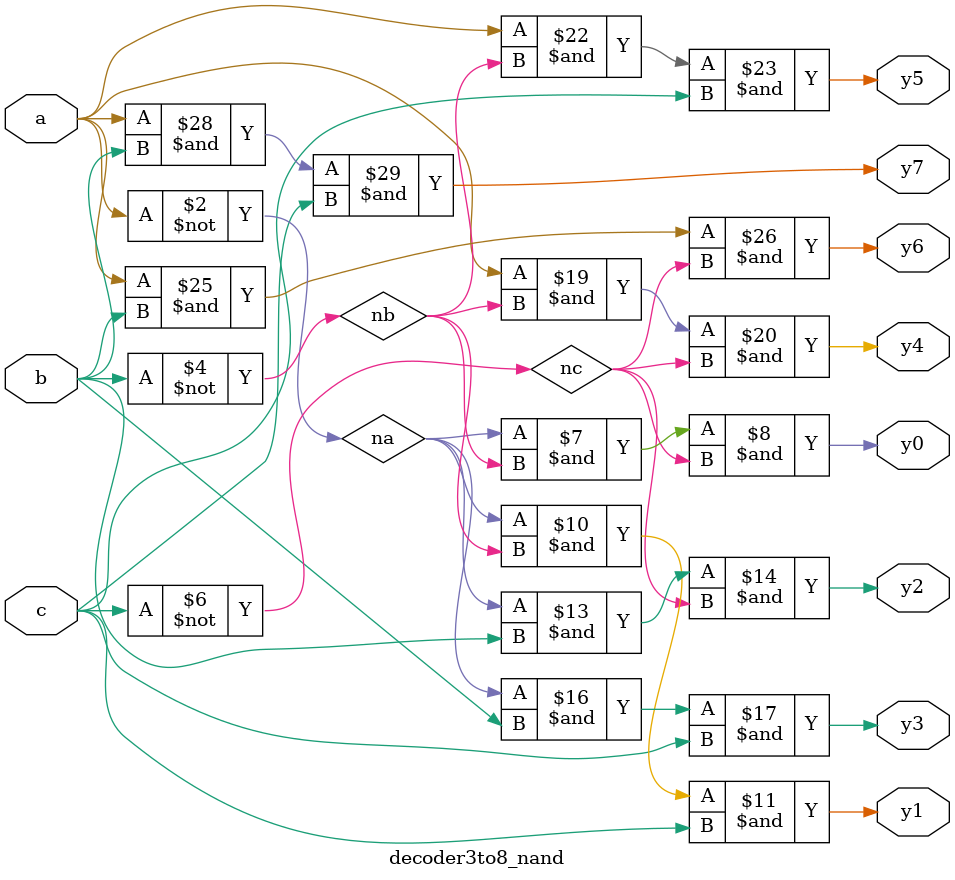
<source format=v>
`timescale 1ns / 1ps


module decoder3to8_nand (
    input  wire a, b, c,
    output wire y0, y1, y2, y3, y4, y5, y6, y7
);
    wire na, nb, nc;
    nand(na, a, a);
    nand(nb, b, b);
    nand(nc, c, c);

    wire y0n, y1n, y2n, y3n, y4n, y5n, y6n, y7n;
    nand(y0n, na, nb, nc); // 000
    nand(y1n, na, nb, c);  // 001
    nand(y2n, na, b,  nc); // 010
    nand(y3n, na, b,  c);  // 011
    nand(y4n, a,  nb, nc); // 100
    nand(y5n, a,  nb, c);  // 101
    nand(y6n, a,  b,  nc); // 110
    nand(y7n, a,  b,  c);  // 111

    nand(y0, y0n, y0n);
    nand(y1, y1n, y1n);
    nand(y2, y2n, y2n);
    nand(y3, y3n, y3n);
    nand(y4, y4n, y4n);
    nand(y5, y5n, y5n);
    nand(y6, y6n, y6n);
    nand(y7, y7n, y7n);
endmodule

</source>
